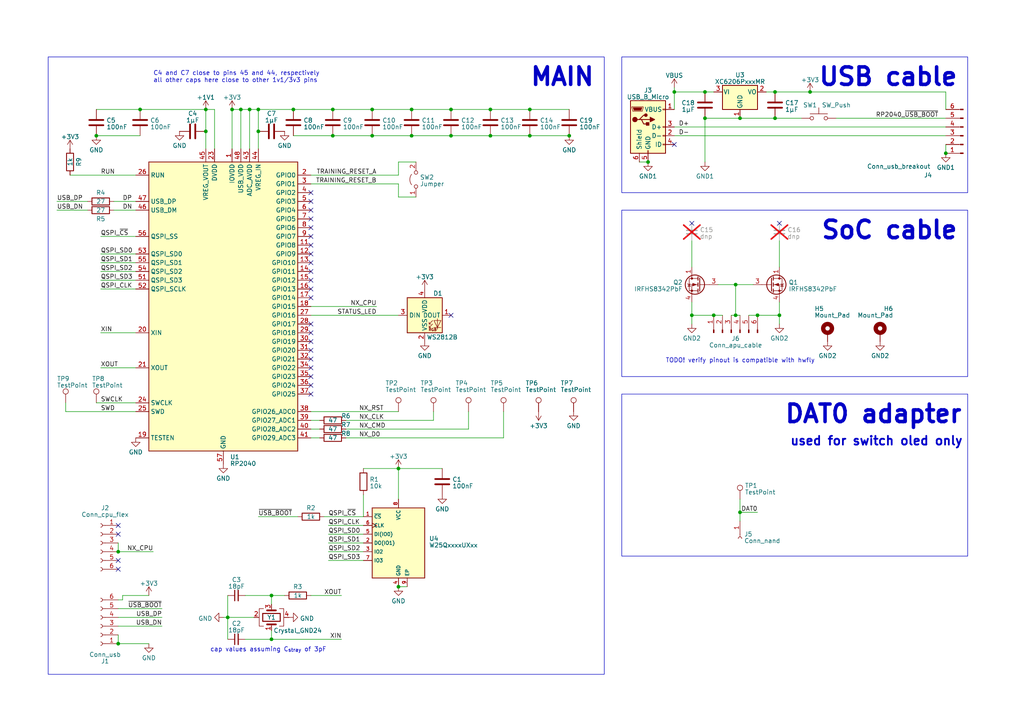
<source format=kicad_sch>
(kicad_sch (version 20230121) (generator eeschema)
  (paper "A4")
  (lib_symbols
    (symbol "Connector:Conn_01x01_Socket" (pin_names (offset 1.016) hide)
      (property "Reference" "J" (at 0 2.54 0))
      (property "Value" "Conn_01x01_Socket" (at 0 -2.54 0))
      (symbol "Conn_01x01_Socket_1_1"
        (pin passive line (at -5.08 0 0) (length 3.81) (name "Pin_1") (number "1"))
      )
    )
    (symbol "Connector:Conn_01x06_Pin" (pin_names (offset 1.016) hide)
      (property "Reference" "J" (at 0 7.62 0))
      (property "Value" "Conn_01x06_Pin" (at 0 -10.16 0))
      (symbol "Conn_01x06_Pin_1_1"
        (pin passive line (at 5.08 5.08 180) (length 3.81) (name "Pin_1") (number "1"))
        (pin passive line (at 5.08 2.54 180) (length 3.81) (name "Pin_2") (number "2"))
        (pin passive line (at 5.08 0 180) (length 3.81) (name "Pin_3") (number "3"))
        (pin passive line (at 5.08 -2.54 180) (length 3.81) (name "Pin_4") (number "4"))
        (pin passive line (at 5.08 -5.08 180) (length 3.81) (name "Pin_5") (number "5"))
        (pin passive line (at 5.08 -7.62 180) (length 3.81) (name "Pin_6") (number "6"))
      )
    )
    (symbol "Connector:Conn_01x06_Socket" (pin_names (offset 1.016) hide)
      (property "Reference" "J" (at 0 7.62 0))
      (property "Value" "Conn_01x06_Socket" (at 0 -10.16 0))
      (symbol "Conn_01x06_Socket_1_1"
        (pin passive line (at -5.08 5.08 0) (length 3.81) (name "Pin_1") (number "1"))
        (pin passive line (at -5.08 2.54 0) (length 3.81) (name "Pin_2") (number "2"))
        (pin passive line (at -5.08 0 0) (length 3.81) (name "Pin_3") (number "3"))
        (pin passive line (at -5.08 -2.54 0) (length 3.81) (name "Pin_4") (number "4"))
        (pin passive line (at -5.08 -5.08 0) (length 3.81) (name "Pin_5") (number "5"))
        (pin passive line (at -5.08 -7.62 0) (length 3.81) (name "Pin_6") (number "6"))
      )
    )
    (symbol "Connector:TestPoint" (pin_numbers hide) (pin_names (offset 0.762) hide)
      (property "Reference" "TP" (at 0 6.858 0))
      (property "Value" "TestPoint" (at 0 5.08 0))
      (symbol "TestPoint_1_1"
        (pin passive line (at 0 0 90) (length 2.54) (name "1") (number "1"))
      )
    )
    (symbol "Connector:USB_B_Micro" (pin_names (offset 1.016))
      (property "Reference" "J" (at -5.08 11.43 0))
      (property "Value" "USB_B_Micro" (at -5.08 8.89 0))
      (symbol "USB_B_Micro_1_1"
        (pin power_out line (at 7.62 5.08 180) (length 2.54) (name "VBUS") (number "1"))
        (pin bidirectional line (at 7.62 -2.54 180) (length 2.54) (name "D-") (number "2"))
        (pin bidirectional line (at 7.62 0 180) (length 2.54) (name "D+") (number "3"))
        (pin passive line (at 7.62 -5.08 180) (length 2.54) (name "ID") (number "4"))
        (pin power_out line (at 0 -10.16 90) (length 2.54) (name "GND") (number "5"))
        (pin passive line (at -2.54 -10.16 90) (length 2.54) (name "Shield") (number "6"))
      )
    )
    (symbol "Device:C" (pin_numbers hide) (pin_names (offset 0.254))
      (property "Reference" "C" (at 0.635 2.54 0))
      (property "Value" "C" (at 0.635 -2.54 0))
      (symbol "C_1_1"
        (pin passive line (at 0 3.81 270) (length 2.794) (name "~") (number "1"))
        (pin passive line (at 0 -3.81 90) (length 2.794) (name "~") (number "2"))
      )
    )
    (symbol "Device:C_Small" (pin_numbers hide) (pin_names (offset 0.254) hide)
      (property "Reference" "C" (at 0.254 1.778 0))
      (property "Value" "C_Small" (at 0.254 -2.032 0))
      (symbol "C_Small_1_1"
        (pin passive line (at 0 2.54 270) (length 2.032) (name "~") (number "1"))
        (pin passive line (at 0 -2.54 90) (length 2.032) (name "~") (number "2"))
      )
    )
    (symbol "Device:Crystal_GND24" (pin_names (offset 1.016) hide)
      (property "Reference" "Y" (at 3.175 5.08 0))
      (property "Value" "Crystal_GND24" (at 3.175 3.175 0))
      (symbol "Crystal_GND24_1_1"
        (pin passive line (at -3.81 0 0) (length 1.27) (name "1") (number "1"))
        (pin passive line (at 0 5.08 270) (length 1.27) (name "2") (number "2"))
        (pin passive line (at 3.81 0 180) (length 1.27) (name "3") (number "3"))
        (pin passive line (at 0 -5.08 90) (length 1.27) (name "4") (number "4"))
      )
    )
    (symbol "Device:R" (pin_numbers hide) (pin_names (offset 0))
      (property "Reference" "R" (at 2.032 0 90))
      (property "Value" "R" (at 0 0 90))
      (symbol "R_1_1"
        (pin passive line (at 0 3.81 270) (length 1.27) (name "~") (number "1"))
        (pin passive line (at 0 -3.81 90) (length 1.27) (name "~") (number "2"))
      )
    )
    (symbol "Jumper:Jumper_2_Open" (pin_names (offset 0) hide)
      (property "Reference" "JP" (at 0 2.794 0))
      (property "Value" "Jumper_2_Open" (at 0 -2.286 0))
      (symbol "Jumper_2_Open_1_1"
        (pin passive line (at -5.08 0 0) (length 2.54) (name "A") (number "1"))
        (pin passive line (at 5.08 0 180) (length 2.54) (name "B") (number "2"))
      )
    )
    (symbol "MCU_RaspberryPi:RP2040"
      (property "Reference" "U" (at 17.78 45.72 0))
      (property "Value" "RP2040" (at 17.78 43.18 0))
      (symbol "RP2040_1_1"
        (pin power_in line (at 2.54 45.72 270) (length 3.81) (name "IOVDD") (number "1"))
        (pin passive line (at 2.54 45.72 270) (length 3.81) hide (name "IOVDD") (number "10"))
        (pin bidirectional line (at 25.4 17.78 180) (length 3.81) (name "GPIO8") (number "11"))
        (pin bidirectional line (at 25.4 15.24 180) (length 3.81) (name "GPIO9") (number "12"))
        (pin bidirectional line (at 25.4 12.7 180) (length 3.81) (name "GPIO10") (number "13"))
        (pin bidirectional line (at 25.4 10.16 180) (length 3.81) (name "GPIO11") (number "14"))
        (pin bidirectional line (at 25.4 7.62 180) (length 3.81) (name "GPIO12") (number "15"))
        (pin bidirectional line (at 25.4 5.08 180) (length 3.81) (name "GPIO13") (number "16"))
        (pin bidirectional line (at 25.4 2.54 180) (length 3.81) (name "GPIO14") (number "17"))
        (pin bidirectional line (at 25.4 0 180) (length 3.81) (name "GPIO15") (number "18"))
        (pin input line (at -25.4 -38.1 0) (length 3.81) (name "TESTEN") (number "19"))
        (pin bidirectional line (at 25.4 38.1 180) (length 3.81) (name "GPIO0") (number "2"))
        (pin input line (at -25.4 -7.62 0) (length 3.81) (name "XIN") (number "20"))
        (pin passive line (at -25.4 -17.78 0) (length 3.81) (name "XOUT") (number "21"))
        (pin passive line (at 2.54 45.72 270) (length 3.81) hide (name "IOVDD") (number "22"))
        (pin power_in line (at -2.54 45.72 270) (length 3.81) (name "DVDD") (number "23"))
        (pin input line (at -25.4 -27.94 0) (length 3.81) (name "SWCLK") (number "24"))
        (pin bidirectional line (at -25.4 -30.48 0) (length 3.81) (name "SWD") (number "25"))
        (pin input line (at -25.4 38.1 0) (length 3.81) (name "RUN") (number "26"))
        (pin bidirectional line (at 25.4 -2.54 180) (length 3.81) (name "GPIO16") (number "27"))
        (pin bidirectional line (at 25.4 -5.08 180) (length 3.81) (name "GPIO17") (number "28"))
        (pin bidirectional line (at 25.4 -7.62 180) (length 3.81) (name "GPIO18") (number "29"))
        (pin bidirectional line (at 25.4 35.56 180) (length 3.81) (name "GPIO1") (number "3"))
        (pin bidirectional line (at 25.4 -10.16 180) (length 3.81) (name "GPIO19") (number "30"))
        (pin bidirectional line (at 25.4 -12.7 180) (length 3.81) (name "GPIO20") (number "31"))
        (pin bidirectional line (at 25.4 -15.24 180) (length 3.81) (name "GPIO21") (number "32"))
        (pin passive line (at 2.54 45.72 270) (length 3.81) hide (name "IOVDD") (number "33"))
        (pin bidirectional line (at 25.4 -17.78 180) (length 3.81) (name "GPIO22") (number "34"))
        (pin bidirectional line (at 25.4 -20.32 180) (length 3.81) (name "GPIO23") (number "35"))
        (pin bidirectional line (at 25.4 -22.86 180) (length 3.81) (name "GPIO24") (number "36"))
        (pin bidirectional line (at 25.4 -25.4 180) (length 3.81) (name "GPIO25") (number "37"))
        (pin bidirectional line (at 25.4 -30.48 180) (length 3.81) (name "GPIO26_ADC0") (number "38"))
        (pin bidirectional line (at 25.4 -33.02 180) (length 3.81) (name "GPIO27_ADC1") (number "39"))
        (pin bidirectional line (at 25.4 33.02 180) (length 3.81) (name "GPIO2") (number "4"))
        (pin bidirectional line (at 25.4 -35.56 180) (length 3.81) (name "GPIO28_ADC2") (number "40"))
        (pin bidirectional line (at 25.4 -38.1 180) (length 3.81) (name "GPIO29_ADC3") (number "41"))
        (pin passive line (at 2.54 45.72 270) (length 3.81) hide (name "IOVDD") (number "42"))
        (pin power_in line (at 7.62 45.72 270) (length 3.81) (name "ADC_AVDD") (number "43"))
        (pin power_in line (at 10.16 45.72 270) (length 3.81) (name "VREG_IN") (number "44"))
        (pin power_out line (at -5.08 45.72 270) (length 3.81) (name "VREG_VOUT") (number "45"))
        (pin bidirectional line (at -25.4 27.94 0) (length 3.81) (name "USB_DM") (number "46"))
        (pin bidirectional line (at -25.4 30.48 0) (length 3.81) (name "USB_DP") (number "47"))
        (pin power_in line (at 5.08 45.72 270) (length 3.81) (name "USB_VDD") (number "48"))
        (pin passive line (at 2.54 45.72 270) (length 3.81) hide (name "IOVDD") (number "49"))
        (pin bidirectional line (at 25.4 30.48 180) (length 3.81) (name "GPIO3") (number "5"))
        (pin passive line (at -2.54 45.72 270) (length 3.81) hide (name "DVDD") (number "50"))
        (pin bidirectional line (at -25.4 7.62 0) (length 3.81) (name "QSPI_SD3") (number "51"))
        (pin output line (at -25.4 5.08 0) (length 3.81) (name "QSPI_SCLK") (number "52"))
        (pin bidirectional line (at -25.4 15.24 0) (length 3.81) (name "QSPI_SD0") (number "53"))
        (pin bidirectional line (at -25.4 10.16 0) (length 3.81) (name "QSPI_SD2") (number "54"))
        (pin bidirectional line (at -25.4 12.7 0) (length 3.81) (name "QSPI_SD1") (number "55"))
        (pin bidirectional line (at -25.4 20.32 0) (length 3.81) (name "QSPI_SS") (number "56"))
        (pin power_in line (at 0 -45.72 90) (length 3.81) (name "GND") (number "57"))
        (pin bidirectional line (at 25.4 27.94 180) (length 3.81) (name "GPIO4") (number "6"))
        (pin bidirectional line (at 25.4 25.4 180) (length 3.81) (name "GPIO5") (number "7"))
        (pin bidirectional line (at 25.4 22.86 180) (length 3.81) (name "GPIO6") (number "8"))
        (pin bidirectional line (at 25.4 20.32 180) (length 3.81) (name "GPIO7") (number "9"))
      )
    )
    (symbol "Mechanical:MountingHole_Pad" (pin_numbers hide) (pin_names (offset 1.016) hide)
      (property "Reference" "H" (at 0 6.35 0))
      (property "Value" "MountingHole_Pad" (at 0 4.445 0))
      (symbol "MountingHole_Pad_1_1"
        (pin input line (at 0 -2.54 90) (length 2.54) (name "1") (number "1"))
      )
    )
    (symbol "Regulator_Linear:XC6206PxxxMR" (pin_names (offset 0.254))
      (property "Reference" "U" (at -3.81 3.175 0))
      (property "Value" "XC6206PxxxMR" (at 0 3.175 0))
      (symbol "XC6206PxxxMR_1_1"
        (pin power_in line (at 0 -7.62 90) (length 2.54) (name "GND") (number "1"))
        (pin power_out line (at 7.62 0 180) (length 2.54) (name "VO") (number "2"))
        (pin power_in line (at -7.62 0 0) (length 2.54) (name "VI") (number "3"))
      )
    )
    (symbol "Switch:SW_Push" (pin_numbers hide) (pin_names (offset 1.016) hide)
      (property "Reference" "SW" (at 1.27 2.54 0))
      (property "Value" "SW_Push" (at 0 -1.524 0))
      (symbol "SW_Push_0_1"
        (pin passive line (at -5.08 0 0) (length 2.54) (name "1") (number "1"))
        (pin passive line (at 5.08 0 180) (length 2.54) (name "2") (number "2"))
      )
    )
    (symbol "flexifly:IRFHS8342PbF"
      (property "Reference" "Q" (at 3.81 5.08 0))
      (property "Value" "IRFHS8342PbF" (at 10.16 2.54 0))
      (symbol "IRFHS8342PbF_1_1"
        (pin passive line (at 1.27 5.08 270) (length 2.54) (name "") (number "1"))
        (pin passive line (at 1.27 5.08 270) (length 2.54) hide (name "") (number "2"))
        (pin passive line (at -6.35 0 0) (length 2.54) (name "") (number "3"))
        (pin passive line (at 1.27 -5.08 90) (length 2.54) (name "") (number "4"))
        (pin passive line (at 1.27 5.08 270) (length 2.54) hide (name "") (number "5"))
        (pin passive line (at 1.27 5.08 270) (length 2.54) hide (name "") (number "6"))
        (pin passive line (at 1.27 -5.08 90) (length 2.54) hide (name "") (number "7"))
        (pin passive line (at 1.27 5.08 270) (length 2.54) hide (name "") (number "8"))
      )
    )
    (symbol "flexifly:W25QxxxxUXxx"
      (property "Reference" "U" (at -6.35 11.43 0))
      (property "Value" "W25QxxxxUXxx" (at -8.89 -11.43 0))
      (symbol "W25QxxxxUXxx_0_0"
        (pin input line (at -10.16 7.62 0) (length 2.54) (name "~{CS}") (number "1"))
        (pin bidirectional line (at -10.16 0 0) (length 2.54) (name "DO(IO1)") (number "2"))
        (pin bidirectional line (at -10.16 -2.54 0) (length 2.54) (name "IO2") (number "3"))
        (pin power_in line (at 0 -12.7 90) (length 2.54) (name "GND") (number "4"))
        (pin bidirectional line (at -10.16 2.54 0) (length 2.54) (name "DI(IO0)") (number "5"))
        (pin input clock (at -10.16 5.08 0) (length 2.54) (name "CLK") (number "6"))
        (pin bidirectional line (at -10.16 -5.08 0) (length 2.54) (name "IO3") (number "7"))
      )
      (symbol "W25QxxxxUXxx_1_0"
        (pin power_in line (at 0 12.7 270) (length 2.54) (name "VCC") (number "8"))
        (pin power_in line (at 2.54 -12.7 90) (length 2.54) (name "EP") (number "9"))
      )
    )
    (symbol "flexifly:WS2812B-2020"
      (property "Reference" "U" (at 3.81 6.35 0))
      (property "Value" "WS2812B-2020" (at 0 0 0))
      (symbol "WS2812B-2020_0_0"
        (text "RGB" (at 2.286 -4.191 0) (effects (font (size 0.762 0.762))))
      )
      (symbol "WS2812B-2020_1_1"
        (pin output line (at 7.62 0 180) (length 2.54) (name "DOUT") (number "1"))
        (pin power_in line (at 0 -7.62 90) (length 2.54) (name "VSS") (number "2"))
        (pin input line (at -7.62 0 0) (length 2.54) (name "DIN") (number "3"))
        (pin power_in line (at 0 7.62 270) (length 2.54) (name "VDD") (number "4"))
      )
    )
    (symbol "power:+1V1" (power) (pin_names (offset 0))
      (property "Value" "+1V1" (at 0 3.556 0))
      (symbol "+1V1_1_1"
        (pin power_in line (at 0 0 90) (length 0) hide (name "+1V1") (number "1"))
      )
    )
    (symbol "power:+3V3" (power) (pin_names (offset 0))
      (property "Value" "+3V3" (at 0 3.556 0))
      (symbol "+3V3_1_1"
        (pin power_in line (at 0 0 90) (length 0) hide (name "+3V3") (number "1"))
      )
    )
    (symbol "power:GND" (power) (pin_names (offset 0))
      (property "Value" "GND" (at 0 -3.81 0))
      (symbol "GND_1_1"
        (pin power_in line (at 0 0 270) (length 0) hide (name "GND") (number "1"))
      )
    )
    (symbol "power:GND1" (power) (pin_names (offset 0))
      (property "Value" "GND1" (at 0 -3.81 0))
      (symbol "GND1_1_1"
        (pin power_in line (at 0 0 270) (length 0) hide (name "GND1") (number "1"))
      )
    )
    (symbol "power:GND2" (power) (pin_names (offset 0))
      (property "Value" "GND2" (at 0 -3.81 0))
      (symbol "GND2_1_1"
        (pin power_in line (at 0 0 270) (length 0) hide (name "GND2") (number "1"))
      )
    )
    (symbol "power:VBUS" (power) (pin_names (offset 0))
      (property "Value" "VBUS" (at 0 3.81 0))
      (symbol "VBUS_1_1"
        (pin power_in line (at 0 0 90) (length 0) hide (name "VBUS") (number "1"))
      )
    )
  )
  (junction (at 27.94 39.37))
  (junction (at 85.09 31.75))
  (junction (at 214.63 34.29))
  (junction (at 219.71 91.44))
  (junction (at 200.66 91.44))
  (junction (at 214.63 148.59))
  (junction (at 74.93 31.75))
  (junction (at 204.47 34.29))
  (junction (at 207.01 91.44))
  (junction (at 34.29 186.69))
  (junction (at 59.69 38.1))
  (junction (at 224.79 34.29))
  (junction (at 96.52 31.75))
  (junction (at 234.95 26.67))
  (junction (at 66.04 179.07))
  (junction (at 119.38 39.37))
  (junction (at 130.81 31.75))
  (junction (at 72.39 31.75))
  (junction (at 96.52 39.37))
  (junction (at 165.1 39.37))
  (junction (at 142.24 31.75))
  (junction (at 204.47 26.67))
  (junction (at 213.36 82.55))
  (junction (at 226.06 91.44))
  (junction (at 187.96 46.99))
  (junction (at 78.74 185.42))
  (junction (at 153.67 39.37))
  (junction (at 119.38 31.75))
  (junction (at 195.58 26.67))
  (junction (at 69.85 31.75))
  (junction (at 34.29 160.02))
  (junction (at 67.31 31.75))
  (junction (at 107.95 31.75))
  (junction (at 224.79 26.67))
  (junction (at 142.24 39.37))
  (junction (at 78.74 172.72))
  (junction (at 59.69 31.75))
  (junction (at 130.81 39.37))
  (junction (at 115.57 135.89))
  (junction (at 40.64 31.75))
  (junction (at 115.57 170.18))
  (junction (at 274.32 44.45))
  (junction (at 74.93 38.1))
  (junction (at 213.36 91.44))
  (junction (at 153.67 31.75))
  (junction (at 107.95 39.37))
  (no_connect (at 90.17 71.12))
  (no_connect (at 90.17 60.96))
  (no_connect (at 34.29 162.56))
  (no_connect (at 90.17 99.06))
  (no_connect (at 90.17 68.58))
  (no_connect (at 90.17 114.3))
  (no_connect (at 195.58 41.91))
  (no_connect (at 90.17 109.22))
  (no_connect (at 34.29 165.1))
  (no_connect (at 90.17 63.5))
  (no_connect (at 90.17 104.14))
  (no_connect (at 90.17 93.98))
  (no_connect (at 90.17 55.88))
  (no_connect (at 90.17 106.68))
  (no_connect (at 90.17 111.76))
  (no_connect (at 90.17 83.82))
  (no_connect (at 90.17 73.66))
  (no_connect (at 34.29 154.94))
  (no_connect (at 90.17 96.52))
  (no_connect (at 90.17 86.36))
  (no_connect (at 90.17 76.2))
  (no_connect (at 90.17 81.28))
  (no_connect (at 34.29 152.4))
  (no_connect (at 226.06 64.77))
  (no_connect (at 130.81 91.44))
  (no_connect (at 90.17 78.74))
  (no_connect (at 90.17 66.04))
  (no_connect (at 90.17 58.42))
  (no_connect (at 200.66 64.77))
  (no_connect (at 90.17 101.6))
  (wire (pts (xy 115.57 57.15) (xy 120.65 57.15)))
  (wire (pts (xy 224.79 26.67) (xy 234.95 26.67)))
  (wire (pts (xy 242.57 34.29) (xy 274.32 34.29)))
  (wire (pts (xy 74.93 149.86) (xy 86.36 149.86)))
  (wire (pts (xy 195.58 36.83) (xy 274.32 36.83)))
  (wire (pts (xy 226.06 91.44) (xy 226.06 87.63)))
  (wire (pts (xy 34.29 157.48) (xy 34.29 160.02)))
  (wire (pts (xy 224.79 34.29) (xy 232.41 34.29)))
  (wire (pts (xy 78.74 182.88) (xy 78.74 185.42)))
  (wire (pts (xy 72.39 31.75) (xy 72.39 43.18)))
  (wire (pts (xy 95.25 152.4) (xy 105.41 152.4)))
  (wire (pts (xy 71.12 172.72) (xy 78.74 172.72)))
  (wire (pts (xy 33.02 60.96) (xy 39.37 60.96)))
  (wire (pts (xy 100.33 124.46) (xy 135.89 124.46)))
  (wire (pts (xy 66.04 179.07) (xy 73.66 179.07)))
  (wire (pts (xy 226.06 93.98) (xy 226.06 91.44)))
  (wire (pts (xy 195.58 39.37) (xy 274.32 39.37)))
  (wire (pts (xy 214.63 148.59) (xy 214.63 151.13)))
  (wire (pts (xy 130.81 31.75) (xy 142.24 31.75)))
  (wire (pts (xy 29.21 106.68) (xy 39.37 106.68)))
  (wire (pts (xy 115.57 53.34) (xy 115.57 57.15)))
  (wire (pts (xy 78.74 172.72) (xy 78.74 175.26)))
  (wire (pts (xy 34.29 186.69) (xy 43.18 186.69)))
  (wire (pts (xy 95.25 157.48) (xy 105.41 157.48)))
  (wire (pts (xy 66.04 179.07) (xy 66.04 185.42)))
  (wire (pts (xy 95.25 162.56) (xy 105.41 162.56)))
  (wire (pts (xy 20.32 50.8) (xy 39.37 50.8)))
  (wire (pts (xy 93.98 149.86) (xy 105.41 149.86)))
  (wire (pts (xy 100.33 127) (xy 146.05 127)))
  (wire (pts (xy 153.67 39.37) (xy 165.1 39.37)))
  (wire (pts (xy 66.04 172.72) (xy 66.04 179.07)))
  (wire (pts (xy 119.38 39.37) (xy 130.81 39.37)))
  (wire (pts (xy 16.51 58.42) (xy 25.4 58.42)))
  (wire (pts (xy 35.56 172.72) (xy 43.18 172.72)))
  (wire (pts (xy 27.94 31.75) (xy 40.64 31.75)))
  (wire (pts (xy 226.06 69.85) (xy 226.06 77.47)))
  (wire (pts (xy 120.65 46.99) (xy 115.57 46.99)))
  (wire (pts (xy 96.52 39.37) (xy 107.95 39.37)))
  (wire (pts (xy 95.25 154.94) (xy 105.41 154.94)))
  (wire (pts (xy 208.28 82.55) (xy 213.36 82.55)))
  (wire (pts (xy 74.93 38.1) (xy 74.93 43.18)))
  (wire (pts (xy 130.81 39.37) (xy 142.24 39.37)))
  (wire (pts (xy 16.51 60.96) (xy 25.4 60.96)))
  (wire (pts (xy 29.21 73.66) (xy 39.37 73.66)))
  (wire (pts (xy 74.93 31.75) (xy 85.09 31.75)))
  (wire (pts (xy 119.38 31.75) (xy 130.81 31.75)))
  (wire (pts (xy 29.21 83.82) (xy 39.37 83.82)))
  (wire (pts (xy 214.63 34.29) (xy 224.79 34.29)))
  (wire (pts (xy 29.21 78.74) (xy 39.37 78.74)))
  (wire (pts (xy 234.95 26.67) (xy 274.32 26.67)))
  (wire (pts (xy 62.23 31.75) (xy 62.23 43.18)))
  (wire (pts (xy 64.77 179.07) (xy 66.04 179.07)))
  (wire (pts (xy 204.47 34.29) (xy 204.47 46.99)))
  (wire (pts (xy 46.99 181.61) (xy 34.29 181.61)))
  (wire (pts (xy 200.66 91.44) (xy 207.01 91.44)))
  (wire (pts (xy 213.36 82.55) (xy 213.36 91.44)))
  (wire (pts (xy 207.01 91.44) (xy 209.55 91.44)))
  (wire (pts (xy 90.17 53.34) (xy 115.57 53.34)))
  (wire (pts (xy 35.56 173.99) (xy 34.29 173.99)))
  (wire (pts (xy 95.25 160.02) (xy 105.41 160.02)))
  (wire (pts (xy 142.24 39.37) (xy 153.67 39.37)))
  (wire (pts (xy 107.95 39.37) (xy 119.38 39.37)))
  (wire (pts (xy 59.69 43.18) (xy 59.69 38.1)))
  (wire (pts (xy 219.71 91.44) (xy 226.06 91.44)))
  (wire (pts (xy 90.17 119.38) (xy 115.57 119.38)))
  (wire (pts (xy 78.74 172.72) (xy 82.55 172.72)))
  (wire (pts (xy 29.21 76.2) (xy 39.37 76.2)))
  (wire (pts (xy 115.57 46.99) (xy 115.57 50.8)))
  (wire (pts (xy 214.63 148.59) (xy 219.71 148.59)))
  (wire (pts (xy 74.93 31.75) (xy 74.93 38.1)))
  (wire (pts (xy 96.52 31.75) (xy 107.95 31.75)))
  (wire (pts (xy 135.89 119.38) (xy 135.89 124.46)))
  (wire (pts (xy 115.57 135.89) (xy 115.57 144.78)))
  (wire (pts (xy 195.58 26.67) (xy 195.58 31.75)))
  (wire (pts (xy 85.09 31.75) (xy 96.52 31.75)))
  (wire (pts (xy 34.29 184.15) (xy 34.29 186.69)))
  (wire (pts (xy 29.21 96.52) (xy 39.37 96.52)))
  (wire (pts (xy 67.31 31.75) (xy 69.85 31.75)))
  (wire (pts (xy 78.74 185.42) (xy 99.06 185.42)))
  (wire (pts (xy 274.32 31.75) (xy 274.32 26.67)))
  (wire (pts (xy 59.69 31.75) (xy 59.69 38.1)))
  (wire (pts (xy 90.17 127) (xy 92.71 127)))
  (wire (pts (xy 214.63 144.78) (xy 214.63 148.59)))
  (wire (pts (xy 200.66 69.85) (xy 200.66 77.47)))
  (wire (pts (xy 67.31 31.75) (xy 67.31 43.18)))
  (wire (pts (xy 125.73 119.38) (xy 125.73 121.92)))
  (wire (pts (xy 142.24 31.75) (xy 153.67 31.75)))
  (wire (pts (xy 274.32 41.91) (xy 274.32 44.45)))
  (wire (pts (xy 195.58 25.4) (xy 195.58 26.67)))
  (wire (pts (xy 90.17 121.92) (xy 92.71 121.92)))
  (wire (pts (xy 200.66 93.98) (xy 200.66 91.44)))
  (wire (pts (xy 69.85 31.75) (xy 69.85 43.18)))
  (wire (pts (xy 35.56 172.72) (xy 35.56 173.99)))
  (wire (pts (xy 90.17 91.44) (xy 115.57 91.44)))
  (wire (pts (xy 115.57 170.18) (xy 118.11 170.18)))
  (wire (pts (xy 105.41 135.89) (xy 115.57 135.89)))
  (wire (pts (xy 204.47 34.29) (xy 214.63 34.29)))
  (wire (pts (xy 153.67 31.75) (xy 165.1 31.75)))
  (wire (pts (xy 212.09 91.44) (xy 213.36 91.44)))
  (wire (pts (xy 200.66 91.44) (xy 200.66 87.63)))
  (wire (pts (xy 69.85 31.75) (xy 72.39 31.75)))
  (wire (pts (xy 100.33 121.92) (xy 125.73 121.92)))
  (wire (pts (xy 85.09 39.37) (xy 96.52 39.37)))
  (wire (pts (xy 29.21 81.28) (xy 39.37 81.28)))
  (wire (pts (xy 213.36 91.44) (xy 214.63 91.44)))
  (wire (pts (xy 19.05 119.38) (xy 19.05 116.84)))
  (wire (pts (xy 107.95 31.75) (xy 119.38 31.75)))
  (wire (pts (xy 33.02 58.42) (xy 39.37 58.42)))
  (wire (pts (xy 185.42 46.99) (xy 187.96 46.99)))
  (wire (pts (xy 27.94 116.84) (xy 39.37 116.84)))
  (wire (pts (xy 90.17 88.9) (xy 109.22 88.9)))
  (wire (pts (xy 29.21 68.58) (xy 39.37 68.58)))
  (wire (pts (xy 213.36 82.55) (xy 218.44 82.55)))
  (wire (pts (xy 40.64 31.75) (xy 59.69 31.75)))
  (wire (pts (xy 90.17 172.72) (xy 99.06 172.72)))
  (wire (pts (xy 46.99 179.07) (xy 34.29 179.07)))
  (wire (pts (xy 72.39 31.75) (xy 74.93 31.75)))
  (wire (pts (xy 78.74 185.42) (xy 71.12 185.42)))
  (wire (pts (xy 146.05 119.38) (xy 146.05 127)))
  (wire (pts (xy 222.25 26.67) (xy 224.79 26.67)))
  (wire (pts (xy 90.17 124.46) (xy 92.71 124.46)))
  (wire (pts (xy 19.05 119.38) (xy 39.37 119.38)))
  (wire (pts (xy 27.94 39.37) (xy 40.64 39.37)))
  (wire (pts (xy 34.29 160.02) (xy 44.45 160.02)))
  (wire (pts (xy 204.47 26.67) (xy 207.01 26.67)))
  (wire (pts (xy 115.57 135.89) (xy 128.27 135.89)))
  (wire (pts (xy 105.41 143.51) (xy 105.41 149.86)))
  (wire (pts (xy 59.69 31.75) (xy 62.23 31.75)))
  (wire (pts (xy 195.58 26.67) (xy 204.47 26.67)))
  (wire (pts (xy 217.17 91.44) (xy 219.71 91.44)))
  (wire (pts (xy 90.17 50.8) (xy 115.57 50.8)))
  (wire (pts (xy 34.29 176.53) (xy 46.99 176.53)))
  (rectangle (start 180.34 114.3) (end 280.67 161.29))
  (rectangle (start 180.34 16.51) (end 280.67 55.88))
  (rectangle (start 180.34 60.96) (end 280.67 109.22))
  (rectangle (start 13.97 16.51) (end 175.26 195.58))
  (text "DAT0 adapter" (at 279.4 123.19 0) (effects (font (size 5.08 5.08) (thickness 1.016) bold) (justify right bottom)))
  (text "C4 and C7 close to pins 45 and 44, respectively\nall other caps here close to other 1v1/3v3 pins" (at 44.45 24.13 0) (effects (font (size 1.27 1.27)) (justify left bottom)))
  (text "MAIN" (at 172.72 25.4 0) (effects (font (size 5.08 5.08) (thickness 1.016) bold) (justify right bottom)))
  (text "TODO! verify pinout is compatible with hwfly" (at 193.04 105.41 0) (effects (font (size 1.27 1.27)) (justify left bottom)))
  (text "SoC cable" (at 278.13 69.85 0) (effects (font (size 5.08 5.08) (thickness 1.016) bold) (justify right bottom)))
  (text "cap values assuming C_{stray} of 3pF" (at 60.96 189.23 0) (effects (font (size 1.27 1.27)) (justify left bottom)))
  (text "USB cable" (at 278.13 25.4 0) (effects (font (size 5.08 5.08) (thickness 1.016) bold) (justify right bottom)))
  (text "used for switch oled only" (at 279.4 129.54 0) (effects (font (size 2.54 2.54) (thickness 0.508) bold) (justify right bottom)))
  (label "USB_DP" (at 46.99 179.07 180))
  (label "QSPI_SD0" (at 95.25 154.94 0))
  (label "NX_CPU" (at 44.45 160.02 180))
  (label "NX_D0" (at 104.14 127 0))
  (label "QSPI_SD1" (at 29.21 76.2 0))
  (label "XIN" (at 99.06 185.42 180))
  (label "RUN" (at 29.21 50.8 0))
  (label "STATUS_LED" (at 109.22 91.44 180))
  (label "USB_DN" (at 46.99 181.61 180))
  (label "USB_DN" (at 16.51 60.96 0))
  (label "QSPI_CLK" (at 95.25 152.4 0))
  (label "SWCLK" (at 29.21 116.84 0))
  (label "D-" (at 196.85 39.37 0))
  (label "DP" (at 35.56 58.42 0))
  (label "~{USB_BOOT}" (at 46.99 176.53 180))
  (label "D+" (at 196.85 36.83 0))
  (label "NX_CPU" (at 109.22 88.9 180))
  (label "QSPI_SD3" (at 29.21 81.28 0))
  (label "QSPI_SD2" (at 95.25 160.02 0))
  (label "DAT0" (at 219.71 148.59 180))
  (label "~{USB_BOOT}" (at 74.93 149.86 0))
  (label "NX_CMD" (at 104.14 124.46 0))
  (label "DN" (at 35.56 60.96 0))
  (label "QSPI_~{CS}" (at 95.25 149.86 0))
  (label "NX_RST" (at 104.14 119.38 0))
  (label "QSPI_SD2" (at 29.21 78.74 0))
  (label "NX_CLK" (at 104.14 121.92 0))
  (label "USB_DP" (at 16.51 58.42 0))
  (label "TRAINING_RESET_A" (at 109.22 50.8 180))
  (label "RP2040_~{USB_BOOT}" (at 254 34.29 0))
  (label "XOUT" (at 99.06 172.72 180))
  (label "QSPI_SD0" (at 29.21 73.66 0))
  (label "QSPI_~{CS}" (at 29.21 68.58 0))
  (label "SWD" (at 29.21 119.38 0))
  (label "QSPI_SD3" (at 95.25 162.56 0))
  (label "XOUT" (at 29.21 106.68 0))
  (label "TRAINING_RESET_B" (at 109.22 53.34 180))
  (label "QSPI_CLK" (at 29.21 83.82 0))
  (label "QSPI_SD1" (at 95.25 157.48 0))
  (label "XIN" (at 29.21 96.52 0))
  (symbol (lib_id "Device:R") (at 90.17 149.86 90) (unit 1)
    (property "Reference" "R2" (at 90.17 147.32 90))
    (property "Value" "1k" (at 90.17 149.86 90))
    (property "Footprint" "Resistor_SMD:R_0402_1005Metric_Pad0.72x0.64mm_HandSolder" (effects hide))
    (property "LCSC" "C25543" (effects hide))
  )
  (symbol (lib_id "Device:R") (at 29.21 60.96 270) (unit 1)
    (property "Reference" "R5" (at 29.21 63.5 90))
    (property "Value" "27" (at 29.21 60.96 90))
    (property "Footprint" "Resistor_SMD:R_0402_1005Metric_Pad0.72x0.64mm_HandSolder" (effects hide))
    (property "LCSC" "C25100" (effects hide))
  )
  (symbol (lib_id "Device:R") (at 20.32 46.99 0) (unit 1)
    (property "Reference" "R9" (at 22.86 46.99 90))
    (property "Value" "1k" (at 20.32 46.99 90))
    (property "Footprint" "Resistor_SMD:R_0402_1005Metric_Pad0.72x0.64mm_HandSolder" (effects hide))
    (property "LCSC" "C25543" (effects hide))
  )
  (symbol (lib_id "Device:C") (at 85.09 35.56 180) (unit 1)
    (property "Reference" "C8" (at 88.011 34.9163 0) (effects (justify right)))
    (property "Value" "100nF" (at 88.011 36.8373 0) (effects (justify right)))
    (property "Footprint" "Capacitor_SMD:C_0402_1005Metric_Pad0.74x0.62mm_HandSolder" (effects hide))
    (property "LCSC" "C1525" (effects hide))
  )
  (symbol (lib_id "power:GND2") (at 200.66 93.98 0) (unit 1)
    (property "Reference" "#PWR024" (effects hide))
    (property "Value" "GND2" (at 200.66 98.1155 0))
  )
  (symbol (lib_id "Connector:TestPoint") (at 115.57 119.38 0) (unit 1) (in_bom no)
    (property "Reference" "TP2" (at 111.76 111.109 0) (effects (justify left)))
    (property "Value" "TestPoint" (at 111.76 113.03 0) (effects (justify left)))
    (property "Footprint" "TestPoint:TestPoint_Pad_1.0x1.0mm" (effects hide))
  )
  (symbol (lib_id "Device:C") (at 55.88 38.1 90) (unit 1)
    (property "Reference" "C4" (at 55.88 32.9311 90))
    (property "Value" "1µF" (at 55.88 34.8521 90))
    (property "Footprint" "Capacitor_SMD:C_0402_1005Metric_Pad0.74x0.62mm_HandSolder" (effects hide))
    (property "LCSC" "C14445" (effects hide))
  )
  (symbol (lib_id "power:GND1") (at 204.47 46.99 0) (unit 1)
    (property "Reference" "#PWR020" (effects hide))
    (property "Value" "GND1" (at 204.47 51.1255 0))
  )
  (symbol (lib_id "Connector:USB_B_Micro") (at 187.96 36.83 0) (unit 1)
    (property "Reference" "J3" (at 187.96 26.2001 0))
    (property "Value" "USB_B_Micro" (at 187.96 28.1211 0))
    (property "Footprint" "Connector_USB:USB_Micro-B_Amphenol_10103594-0001LF_Horizontal" (effects hide))
    (property "LCSC" "C428495" (effects hide))
  )
  (symbol (lib_id "power:GND2") (at 240.03 99.06 0) (unit 1)
    (property "Reference" "#PWR034" (effects hide))
    (property "Value" "GND2" (at 240.03 103.1955 0))
  )
  (symbol (lib_id "power:GND") (at 39.37 127 0) (unit 1)
    (property "Reference" "#PWR05" (effects hide))
    (property "Value" "GND" (at 39.37 131.1355 0))
  )
  (symbol (lib_id "Connector:Conn_01x06_Pin") (at 279.4 39.37 180) (unit 1) (in_bom no)
    (property "Reference" "J4" (at 267.97 50.8 0) (effects (justify right)))
    (property "Value" "Conn_usb_breakout" (at 251.46 48.26 0) (effects (justify right)))
    (property "Footprint" "flexifly:FPC_1x06_P0.50mm" (effects hide))
  )
  (symbol (lib_id "Device:R") (at 29.21 58.42 90) (unit 1)
    (property "Reference" "R4" (at 29.21 55.88 90))
    (property "Value" "27" (at 29.21 58.42 90))
    (property "Footprint" "Resistor_SMD:R_0402_1005Metric_Pad0.72x0.64mm_HandSolder" (effects hide))
    (property "LCSC" "C25100" (effects hide))
  )
  (symbol (lib_id "power:GND") (at 166.37 119.38 0) (unit 1)
    (property "Reference" "#PWR029" (effects hide))
    (property "Value" "GND" (at 166.37 123.5155 0))
  )
  (symbol (lib_id "Device:C") (at 130.81 35.56 180) (unit 1)
    (property "Reference" "C12" (at 133.731 34.9163 0) (effects (justify right)))
    (property "Value" "100nF" (at 133.731 36.8373 0) (effects (justify right)))
    (property "Footprint" "Capacitor_SMD:C_0402_1005Metric_Pad0.74x0.62mm_HandSolder" (effects hide))
    (property "LCSC" "C1525" (effects hide))
  )
  (symbol (lib_id "Connector:Conn_01x06_Socket") (at 29.21 181.61 180) (unit 1)
    (property "Reference" "J1" (at 30.48 191.77 0))
    (property "Value" "Conn_usb" (at 30.48 189.849 0))
    (property "Footprint" "flexifly:HCTL_HC-FPC-05-09-6RLTAG_1x06-1MP_P0.50mm_Horizontal" (effects hide))
    (property "LCSC" "C5213748" (effects hide))
  )
  (symbol (lib_id "Device:Crystal_GND24") (at 78.74 179.07 90) (unit 1)
    (property "Reference" "Y1" (at 78.74 179.07 90))
    (property "Value" "Crystal_GND24" (at 86.36 182.88 90))
    (property "Footprint" "Crystal:Crystal_SMD_2520-4Pin_2.5x2.0mm" (effects hide))
    (property "LCSC" "C2901718" (effects hide))
  )
  (symbol (lib_id "Device:R") (at 86.36 172.72 90) (unit 1)
    (property "Reference" "R3" (at 86.36 170.18 90))
    (property "Value" "1k" (at 86.36 172.72 90))
    (property "Footprint" "Resistor_SMD:R_0402_1005Metric_Pad0.72x0.64mm_HandSolder" (effects hide))
    (property "LCSC" "C25543" (effects hide))
  )
  (symbol (lib_id "Device:C") (at 142.24 35.56 180) (unit 1)
    (property "Reference" "C13" (at 145.161 34.9163 0) (effects (justify right)))
    (property "Value" "100nF" (at 145.161 36.8373 0) (effects (justify right)))
    (property "Footprint" "Capacitor_SMD:C_0402_1005Metric_Pad0.74x0.62mm_HandSolder" (effects hide))
    (property "LCSC" "C1525" (effects hide))
  )
  (symbol (lib_id "Connector:TestPoint") (at 214.63 144.78 0) (unit 1) (in_bom no)
    (property "Reference" "TP1" (at 216.027 140.8343 0) (effects (justify left)))
    (property "Value" "TestPoint" (at 216.027 142.7553 0) (effects (justify left)))
    (property "Footprint" "TestPoint:TestPoint_Pad_1.0x1.0mm" (effects hide))
  )
  (symbol (lib_id "Connector:Conn_01x06_Socket") (at 29.21 157.48 0) (mirror y) (unit 1)
    (property "Reference" "J2" (at 30.48 147.32 0))
    (property "Value" "Conn_cpu_flex" (at 30.48 149.241 0))
    (property "Footprint" "flexifly:HCTL_HC-FPC-05-09-6RLTAG_1x06-1MP_P0.50mm_Horizontal" (effects hide))
    (property "LCSC" "C5213748" (effects hide))
  )
  (symbol (lib_id "power:GND") (at 83.82 179.07 90) (unit 1)
    (property "Reference" "#PWR07" (effects hide))
    (property "Value" "GND" (at 86.995 179.3868 90) (effects (justify right)))
  )
  (symbol (lib_id "power:+3V3") (at 234.95 26.67 0) (unit 1)
    (property "Reference" "#PWR031" (effects hide))
    (property "Value" "+3V3" (at 234.95 23.1681 0))
  )
  (symbol (lib_id "power:GND2") (at 255.27 99.06 0) (unit 1)
    (property "Reference" "#PWR035" (effects hide))
    (property "Value" "GND2" (at 255.27 103.1955 0))
  )
  (symbol (lib_id "Connector:Conn_01x01_Socket") (at 214.63 156.21 270) (unit 1) (in_bom no)
    (property "Reference" "J5" (at 215.8492 154.9313 90) (effects (justify left)))
    (property "Value" "Conn_nand" (at 215.8492 156.8523 90) (effects (justify left)))
    (property "Footprint" "flexifly:Conn_BGA_shim_dat0" (effects hide))
  )
  (symbol (lib_id "Device:C") (at 96.52 35.56 180) (unit 1)
    (property "Reference" "C9" (at 99.441 34.9163 0) (effects (justify right)))
    (property "Value" "100nF" (at 99.441 36.8373 0) (effects (justify right)))
    (property "Footprint" "Capacitor_SMD:C_0402_1005Metric_Pad0.74x0.62mm_HandSolder" (effects hide))
    (property "LCSC" "C1525" (effects hide))
  )
  (symbol (lib_id "power:+3V3") (at 123.19 83.82 0) (unit 1)
    (property "Reference" "#PWR017" (effects hide))
    (property "Value" "+3V3" (at 123.19 80.3181 0))
  )
  (symbol (lib_id "Device:C") (at 165.1 35.56 180) (unit 1)
    (property "Reference" "C19" (at 168.021 34.9163 0) (effects (justify right)))
    (property "Value" "100nF" (at 168.021 36.8373 0) (effects (justify right)))
    (property "Footprint" "Capacitor_SMD:C_0402_1005Metric_Pad0.74x0.62mm_HandSolder" (effects hide))
    (property "LCSC" "C1525" (effects hide))
  )
  (symbol (lib_id "Jumper:Jumper_2_Open") (at 120.65 52.07 90) (unit 1) (in_bom no)
    (property "Reference" "SW2" (at 121.793 51.4263 90) (effects (justify right)))
    (property "Value" "Jumper" (at 121.793 53.3473 90) (effects (justify right)))
    (property "Footprint" "Jumper:SolderJumper-2_P1.3mm_Open_RoundedPad1.0x1.5mm" (effects hide))
  )
  (symbol (lib_id "flexifly:W25QxxxxUXxx") (at 115.57 157.48 0) (unit 1)
    (property "Reference" "U4" (at 124.46 156.21 0) (effects (justify left)))
    (property "Value" "W25QxxxxUXxx" (at 124.46 158.131 0) (effects (justify left)))
    (property "Footprint" "flexifly:W25QxxxxUXxx" (effects hide))
    (property "LCSC" "C401672" (effects hide))
  )
  (symbol (lib_id "power:GND") (at 27.94 39.37 0) (unit 1)
    (property "Reference" "#PWR013" (effects hide))
    (property "Value" "GND" (at 27.94 43.5055 0))
  )
  (symbol (lib_id "power:VBUS") (at 195.58 25.4 0) (unit 1)
    (property "Reference" "#PWR021" (effects hide))
    (property "Value" "VBUS" (at 195.58 21.8981 0))
  )
  (symbol (lib_id "power:+3V3") (at 20.32 43.18 0) (unit 1)
    (property "Reference" "#PWR032" (effects hide))
    (property "Value" "+3V3" (at 20.32 39.6781 0))
  )
  (symbol (lib_id "Connector:TestPoint") (at 156.21 119.38 0) (unit 1) (in_bom no)
    (property "Reference" "TP6" (at 152.4 111.109 0) (effects (justify left)))
    (property "Value" "TestPoint" (at 152.4 113.03 0) (effects (justify left)))
    (property "Footprint" "TestPoint:TestPoint_Pad_1.0x1.0mm" (effects hide))
  )
  (symbol (lib_id "power:GND2") (at 226.06 93.98 0) (unit 1)
    (property "Reference" "#PWR023" (effects hide))
    (property "Value" "GND2" (at 226.06 98.1155 0))
  )
  (symbol (lib_id "Connector:TestPoint") (at 125.73 119.38 0) (unit 1) (in_bom no)
    (property "Reference" "TP3" (at 121.92 111.109 0) (effects (justify left)))
    (property "Value" "TestPoint" (at 121.92 113.03 0) (effects (justify left)))
    (property "Footprint" "TestPoint:TestPoint_Pad_1.0x1.0mm" (effects hide))
  )
  (symbol (lib_id "power:GND") (at 165.1 39.37 0) (unit 1)
    (property "Reference" "#PWR033" (effects hide))
    (property "Value" "GND" (at 165.1 43.5055 0))
  )
  (symbol (lib_id "Device:C") (at 107.95 35.56 180) (unit 1)
    (property "Reference" "C10" (at 110.871 34.9163 0) (effects (justify right)))
    (property "Value" "100nF" (at 110.871 36.8373 0) (effects (justify right)))
    (property "Footprint" "Capacitor_SMD:C_0402_1005Metric_Pad0.74x0.62mm_HandSolder" (effects hide))
    (property "LCSC" "C1525" (effects hide))
  )
  (symbol (lib_id "Mechanical:MountingHole_Pad") (at 240.03 96.52 0) (unit 1) (in_bom no)
    (property "Reference" "H5" (at 236.22 89.519 0) (effects (justify left)))
    (property "Value" "Mount_Pad" (at 236.22 91.44 0) (effects (justify left)))
    (property "Footprint" "TestPoint:TestPoint_Pad_2.0x2.0mm" (effects hide))
  )
  (symbol (lib_id "power:+1V1") (at 59.69 31.75 0) (unit 1)
    (property "Reference" "#PWR014" (effects hide))
    (property "Value" "+1V1" (at 59.69 28.2481 0))
  )
  (symbol (lib_id "Device:C") (at 27.94 35.56 180) (unit 1)
    (property "Reference" "C5" (at 30.861 34.9163 0) (effects (justify right)))
    (property "Value" "100nF" (at 30.861 36.8373 0) (effects (justify right)))
    (property "Footprint" "Capacitor_SMD:C_0402_1005Metric_Pad0.74x0.62mm_HandSolder" (effects hide))
    (property "LCSC" "C1525" (effects hide))
  )
  (symbol (lib_id "Device:R") (at 96.52 124.46 270) (unit 1)
    (property "Reference" "R7" (at 100.33 123.19 90))
    (property "Value" "47" (at 96.52 124.46 90))
    (property "Footprint" "Resistor_SMD:R_0402_1005Metric_Pad0.72x0.64mm_HandSolder" (effects hide))
    (property "LCSC" "C25118" (effects hide))
  )
  (symbol (lib_id "power:GND1") (at 187.96 46.99 0) (unit 1)
    (property "Reference" "#PWR019" (effects hide))
    (property "Value" "GND1" (at 187.96 51.1255 0))
  )
  (symbol (lib_id "power:GND") (at 123.19 99.06 0) (unit 1)
    (property "Reference" "#PWR018" (effects hide))
    (property "Value" "GND" (at 123.19 103.1955 0))
  )
  (symbol (lib_id "Connector:TestPoint") (at 166.37 119.38 0) (unit 1) (in_bom no)
    (property "Reference" "TP7" (at 162.56 111.109 0) (effects (justify left)))
    (property "Value" "TestPoint" (at 162.56 113.03 0) (effects (justify left)))
    (property "Footprint" "TestPoint:TestPoint_Pad_1.0x1.0mm" (effects hide))
  )
  (symbol (lib_id "power:GND") (at 64.77 134.62 0) (unit 1)
    (property "Reference" "#PWR01" (effects hide))
    (property "Value" "GND" (at 64.77 138.7555 0))
  )
  (symbol (lib_id "Device:C") (at 224.79 30.48 180) (unit 1)
    (property "Reference" "C17" (at 227.711 29.8363 0) (effects (justify right)))
    (property "Value" "1µF" (at 227.711 31.7573 0) (effects (justify right)))
    (property "Footprint" "Capacitor_SMD:C_0402_1005Metric_Pad0.74x0.62mm_HandSolder" (effects hide))
    (property "LCSC" "C14445" (effects hide))
  )
  (symbol (lib_id "Device:C") (at 128.27 139.7 0) (unit 1)
    (property "Reference" "C1" (at 131.191 139.0563 0) (effects (justify left)))
    (property "Value" "100nF" (at 131.191 140.9773 0) (effects (justify left)))
    (property "Footprint" "Capacitor_SMD:C_0402_1005Metric_Pad0.74x0.62mm_HandSolder" (effects hide))
    (property "LCSC" "C1525" (effects hide))
  )
  (symbol (lib_id "Device:C_Small") (at 200.66 67.31 180) (unit 1) (in_bom no) (dnp yes)
    (property "Reference" "C15" (at 202.9841 66.6599 0) (effects (justify right)))
    (property "Value" "dnp" (at 202.9841 68.5809 0) (effects (justify right)))
    (property "Footprint" "flexifly:APU_package_cap_conn" (effects hide))
  )
  (symbol (lib_id "Connector:Conn_01x06_Pin") (at 212.09 96.52 90) (unit 1) (in_bom no)
    (property "Reference" "J6" (at 213.36 98.1917 90))
    (property "Value" "Conn_apu_cable" (at 213.36 100.1127 90))
    (property "Footprint" "flexifly:FPC_1x06_P0.50mm" (effects hide))
  )
  (symbol (lib_id "Device:C") (at 119.38 35.56 180) (unit 1)
    (property "Reference" "C11" (at 122.301 34.9163 0) (effects (justify right)))
    (property "Value" "100nF" (at 122.301 36.8373 0) (effects (justify right)))
    (property "Footprint" "Capacitor_SMD:C_0402_1005Metric_Pad0.74x0.62mm_HandSolder" (effects hide))
    (property "LCSC" "C1525" (effects hide))
  )
  (symbol (lib_id "flexifly:IRFHS8342PbF") (at 201.93 82.55 0) (mirror y) (unit 1)
    (property "Reference" "Q2" (at 197.993 81.9063 0) (effects (justify left)))
    (property "Value" "IRFHS8342PbF" (at 197.993 83.8273 0) (effects (justify left)))
    (property "Footprint" "flexifly:MicroFET_2x2" (effects hide))
    (property "Datasheet" "https://eu.mouser.com/datasheet/2/196/Infineon_IRFHS8342_DataSheet_v01_01_EN-3166248.pdf" (effects hide))
    (property "LCSC" "C537911" (effects hide))
  )
  (symbol (lib_id "power:+3V3") (at 156.21 119.38 180) (unit 1)
    (property "Reference" "#PWR028" (effects hide))
    (property "Value" "+3V3" (at 156.21 123.5155 0))
  )
  (symbol (lib_id "power:GND1") (at 274.32 44.45 0) (unit 1)
    (property "Reference" "#PWR022" (effects hide))
    (property "Value" "GND1" (at 274.32 48.5855 0))
  )
  (symbol (lib_id "power:GND") (at 82.55 38.1 0) (unit 1)
    (property "Reference" "#PWR015" (effects hide))
    (property "Value" "GND" (at 82.55 42.2355 0))
  )
  (symbol (lib_id "Device:C") (at 204.47 30.48 0) (mirror y) (unit 1)
    (property "Reference" "C18" (at 201.549 29.8363 0) (effects (justify left)))
    (property "Value" "1µF" (at 201.549 31.7573 0) (effects (justify left)))
    (property "Footprint" "Capacitor_SMD:C_0402_1005Metric_Pad0.74x0.62mm_HandSolder" (effects hide))
    (property "LCSC" "C14445" (effects hide))
  )
  (symbol (lib_id "Device:C") (at 153.67 35.56 180) (unit 1)
    (property "Reference" "C14" (at 156.591 34.9163 0) (effects (justify right)))
    (property "Value" "100nF" (at 156.591 36.8373 0) (effects (justify right)))
    (property "Footprint" "Capacitor_SMD:C_0402_1005Metric_Pad0.74x0.62mm_HandSolder" (effects hide))
    (property "LCSC" "C1525" (effects hide))
  )
  (symbol (lib_id "Connector:TestPoint") (at 19.05 116.84 0) (unit 1) (in_bom no)
    (property "Reference" "TP9" (at 16.51 109.839 0) (effects (justify left)))
    (property "Value" "TestPoint" (at 16.51 111.76 0) (effects (justify left)))
    (property "Footprint" "TestPoint:TestPoint_Pad_1.0x1.0mm" (effects hide))
  )
  (symbol (lib_id "Device:C") (at 40.64 35.56 180) (unit 1)
    (property "Reference" "C6" (at 43.561 34.9163 0) (effects (justify right)))
    (property "Value" "100nF" (at 43.561 36.8373 0) (effects (justify right)))
    (property "Footprint" "Capacitor_SMD:C_0402_1005Metric_Pad0.74x0.62mm_HandSolder" (effects hide))
    (property "LCSC" "C1525" (effects hide))
  )
  (symbol (lib_id "Device:C_Small") (at 68.58 172.72 90) (unit 1)
    (property "Reference" "C3" (at 68.5863 168.148 90))
    (property "Value" "18pF" (at 68.5863 170.069 90))
    (property "Footprint" "Capacitor_SMD:C_0402_1005Metric_Pad0.74x0.62mm_HandSolder" (effects hide))
    (property "LCSC" "C1549" (effects hide))
  )
  (symbol (lib_id "Switch:SW_Push") (at 237.49 34.29 0) (unit 1)
    (property "Reference" "SW1" (at 234.95 30.48 0))
    (property "Value" "SW_Push" (at 242.57 30.48 0))
    (property "Footprint" "flexifly:SW_SPST_XKB_1187A-B-A-B" (effects hide))
    (property "LCSC" "C318884" (effects hide))
  )
  (symbol (lib_id "power:+3V3") (at 43.18 172.72 0) (unit 1)
    (property "Reference" "#PWR09" (effects hide))
    (property "Value" "+3V3" (at 43.18 169.2181 0))
  )
  (symbol (lib_id "flexifly:IRFHS8342PbF") (at 224.79 82.55 0) (unit 1)
    (property "Reference" "Q1" (at 228.727 81.9063 0) (effects (justify left)))
    (property "Value" "IRFHS8342PbF" (at 228.727 83.8273 0) (effects (justify left)))
    (property "Footprint" "flexifly:MicroFET_2x2" (effects hide))
    (property "Datasheet" "https://eu.mouser.com/datasheet/2/196/Infineon_IRFHS8342_DataSheet_v01_01_EN-3166248.pdf" (effects hide))
    (property "LCSC" "C537911" (effects hide))
  )
  (symbol (lib_id "Device:C_Small") (at 68.58 185.42 90) (unit 1)
    (property "Reference" "C2" (at 68.5863 180.848 90))
    (property "Value" "18pF" (at 68.5863 182.769 90))
    (property "Footprint" "Capacitor_SMD:C_0402_1005Metric_Pad0.74x0.62mm_HandSolder" (effects hide))
    (property "LCSC" "C1549" (effects hide))
  )
  (symbol (lib_id "Connector:TestPoint") (at 27.94 116.84 0) (unit 1) (in_bom no)
    (property "Reference" "TP8" (at 26.67 109.839 0) (effects (justify left)))
    (property "Value" "TestPoint" (at 26.67 111.76 0) (effects (justify left)))
    (property "Footprint" "TestPoint:TestPoint_Pad_1.0x1.0mm" (effects hide))
  )
  (symbol (lib_id "power:GND") (at 115.57 170.18 0) (unit 1)
    (property "Reference" "#PWR02" (effects hide))
    (property "Value" "GND" (at 115.57 174.3155 0))
  )
  (symbol (lib_id "flexifly:WS2812B-2020") (at 123.19 91.44 0) (unit 1)
    (property "Reference" "D1" (at 127 85.09 0))
    (property "Value" "WS2812B" (at 128.27 97.79 0))
    (property "Footprint" "LED_SMD:LED_WS2812B-2020_PLCC4_2.0x2.0mm" (effects hide))
    (property "Datasheet" "https://datasheet.lcsc.com/lcsc/2012110135_Worldsemi-WS2812B-2020_C965555.pdf" (effects hide))
    (property "LCSC" "C965555" (effects hide))
  )
  (symbol (lib_id "Device:C_Small") (at 226.06 67.31 180) (unit 1) (in_bom no) (dnp yes)
    (property "Reference" "C16" (at 228.3841 66.6599 0) (effects (justify right)))
    (property "Value" "dnp" (at 228.3841 68.5809 0) (effects (justify right)))
    (property "Footprint" "flexifly:APU_package_cap_conn" (effects hide))
  )
  (symbol (lib_id "power:+3V3") (at 115.57 135.89 0) (unit 1)
    (property "Reference" "#PWR03" (effects hide))
    (property "Value" "+3V3" (at 115.57 132.3881 0))
  )
  (symbol (lib_id "power:GND") (at 64.77 179.07 270) (unit 1)
    (property "Reference" "#PWR06" (effects hide))
    (property "Value" "GND" (at 61.5951 179.3868 90) (effects (justify right)))
  )
  (symbol (lib_id "power:GND") (at 52.07 38.1 0) (unit 1)
    (property "Reference" "#PWR08" (effects hide))
    (property "Value" "GND" (at 52.07 42.2355 0))
  )
  (symbol (lib_id "Device:R") (at 96.52 127 270) (unit 1)
    (property "Reference" "R8" (at 100.33 125.73 90))
    (property "Value" "47" (at 96.52 127 90))
    (property "Footprint" "Resistor_SMD:R_0402_1005Metric_Pad0.72x0.64mm_HandSolder" (effects hide))
    (property "LCSC" "C25118" (effects hide))
  )
  (symbol (lib_id "MCU_RaspberryPi:RP2040") (at 64.77 88.9 0) (unit 1)
    (property "Reference" "U1" (at 66.7259 132.5325 0) (effects (justify left)))
    (property "Value" "RP2040" (at 66.7259 134.4535 0) (effects (justify left)))
    (property "Footprint" "Package_DFN_QFN:QFN-56-1EP_7x7mm_P0.4mm_EP3.2x3.2mm_ThermalVias" (effects hide))
    (property "Datasheet" "https://datasheets.raspberrypi.com/rp2040/rp2040-datasheet.pdf" (effects hide))
    (property "LCSC" "C2040" (effects hide))
  )
  (symbol (lib_id "power:GND") (at 128.27 143.51 0) (unit 1)
    (property "Reference" "#PWR04" (effects hide))
    (property "Value" "GND" (at 128.27 147.6455 0))
  )
  (symbol (lib_id "power:+3V3") (at 67.31 31.75 0) (unit 1)
    (property "Reference" "#PWR016" (effects hide))
    (property "Value" "+3V3" (at 67.31 28.2481 0))
  )
  (symbol (lib_id "Device:R") (at 105.41 139.7 0) (unit 1)
    (property "Reference" "R1" (at 107.188 139.0563 0) (effects (justify left)))
    (property "Value" "10k" (at 107.188 140.9773 0) (effects (justify left)))
    (property "Footprint" "Resistor_SMD:R_0402_1005Metric_Pad0.72x0.64mm_HandSolder" (effects hide))
    (property "LCSC" "C25744" (effects hide))
  )
  (symbol (lib_id "power:GND") (at 43.18 186.69 0) (unit 1)
    (property "Reference" "#PWR010" (effects hide))
    (property "Value" "GND" (at 43.18 190.8255 0))
  )
  (symbol (lib_id "Regulator_Linear:XC6206PxxxMR") (at 214.63 26.67 0) (unit 1)
    (property "Reference" "U3" (at 214.63 21.7551 0))
    (property "Value" "XC6206PxxxMR" (at 214.63 23.6761 0))
    (property "Footprint" "Package_TO_SOT_SMD:SOT-23-3" (effects hide))
    (property "Datasheet" "https://www.torexsemi.com/file/xc6206/XC6206.pdf" (effects hide))
    (property "LCSC" "C5148692" (effects hide))
  )
  (symbol (lib_id "Device:R") (at 96.52 121.92 270) (unit 1)
    (property "Reference" "R6" (at 100.33 120.65 90))
    (property "Value" "47" (at 96.52 121.92 90))
    (property "Footprint" "Resistor_SMD:R_0402_1005Metric_Pad0.72x0.64mm_HandSolder" (effects hide))
    (property "LCSC" "C25118" (effects hide))
  )
  (symbol (lib_id "Connector:TestPoint") (at 146.05 119.38 0) (unit 1) (in_bom no)
    (property "Reference" "TP5" (at 142.24 111.109 0) (effects (justify left)))
    (property "Value" "TestPoint" (at 142.24 113.03 0) (effects (justify left)))
    (property "Footprint" "TestPoint:TestPoint_Pad_1.0x1.0mm" (effects hide))
  )
  (symbol (lib_id "Device:C") (at 78.74 38.1 90) (unit 1)
    (property "Reference" "C7" (at 78.74 32.9311 90))
    (property "Value" "1µF" (at 78.74 34.8521 90))
    (property "Footprint" "Capacitor_SMD:C_0402_1005Metric_Pad0.74x0.62mm_HandSolder" (effects hide))
    (property "LCSC" "C14445" (effects hide))
  )
  (symbol (lib_id "Connector:TestPoint") (at 135.89 119.38 0) (unit 1) (in_bom no)
    (property "Reference" "TP4" (at 132.08 111.109 0) (effects (justify left)))
    (property "Value" "TestPoint" (at 132.08 113.03 0) (effects (justify left)))
    (property "Footprint" "TestPoint:TestPoint_Pad_1.0x1.0mm" (effects hide))
  )
  (symbol (lib_id "Mechanical:MountingHole_Pad") (at 255.27 96.52 0) (mirror y) (unit 1) (in_bom no)
    (property "Reference" "H6" (at 259.08 89.519 0) (effects (justify left)))
    (property "Value" "Mount_Pad" (at 259.08 91.44 0) (effects (justify left)))
    (property "Footprint" "TestPoint:TestPoint_Pad_2.0x2.0mm" (effects hide))
  )
)
</source>
